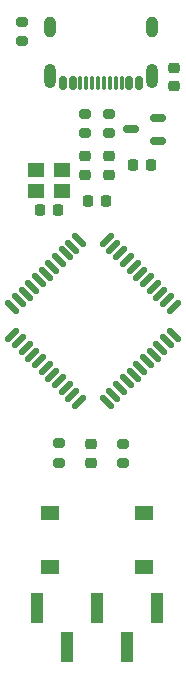
<source format=gbr>
%TF.GenerationSoftware,KiCad,Pcbnew,7.0.8*%
%TF.CreationDate,2023-11-18T20:12:02-05:00*%
%TF.ProjectId,PIC24FJ64GA004 Dev Board,50494332-3446-44a3-9634-474130303420,rev?*%
%TF.SameCoordinates,Original*%
%TF.FileFunction,Paste,Top*%
%TF.FilePolarity,Positive*%
%FSLAX46Y46*%
G04 Gerber Fmt 4.6, Leading zero omitted, Abs format (unit mm)*
G04 Created by KiCad (PCBNEW 7.0.8) date 2023-11-18 20:12:02*
%MOMM*%
%LPD*%
G01*
G04 APERTURE LIST*
G04 Aperture macros list*
%AMRoundRect*
0 Rectangle with rounded corners*
0 $1 Rounding radius*
0 $2 $3 $4 $5 $6 $7 $8 $9 X,Y pos of 4 corners*
0 Add a 4 corners polygon primitive as box body*
4,1,4,$2,$3,$4,$5,$6,$7,$8,$9,$2,$3,0*
0 Add four circle primitives for the rounded corners*
1,1,$1+$1,$2,$3*
1,1,$1+$1,$4,$5*
1,1,$1+$1,$6,$7*
1,1,$1+$1,$8,$9*
0 Add four rect primitives between the rounded corners*
20,1,$1+$1,$2,$3,$4,$5,0*
20,1,$1+$1,$4,$5,$6,$7,0*
20,1,$1+$1,$6,$7,$8,$9,0*
20,1,$1+$1,$8,$9,$2,$3,0*%
G04 Aperture macros list end*
%ADD10RoundRect,0.137500X0.521491X0.327037X0.327037X0.521491X-0.521491X-0.327037X-0.327037X-0.521491X0*%
%ADD11RoundRect,0.137500X0.521491X-0.327037X-0.327037X0.521491X-0.521491X0.327037X0.327037X-0.521491X0*%
%ADD12R,1.400000X1.200000*%
%ADD13R,1.550000X1.300000*%
%ADD14RoundRect,0.200000X0.275000X-0.200000X0.275000X0.200000X-0.275000X0.200000X-0.275000X-0.200000X0*%
%ADD15RoundRect,0.150000X0.512500X0.150000X-0.512500X0.150000X-0.512500X-0.150000X0.512500X-0.150000X0*%
%ADD16RoundRect,0.225000X-0.225000X-0.250000X0.225000X-0.250000X0.225000X0.250000X-0.225000X0.250000X0*%
%ADD17R,1.000000X2.510000*%
%ADD18RoundRect,0.218750X-0.256250X0.218750X-0.256250X-0.218750X0.256250X-0.218750X0.256250X0.218750X0*%
%ADD19RoundRect,0.150000X0.150000X0.425000X-0.150000X0.425000X-0.150000X-0.425000X0.150000X-0.425000X0*%
%ADD20RoundRect,0.075000X0.075000X0.500000X-0.075000X0.500000X-0.075000X-0.500000X0.075000X-0.500000X0*%
%ADD21O,1.000000X2.100000*%
%ADD22O,1.000000X1.800000*%
%ADD23RoundRect,0.225000X0.250000X-0.225000X0.250000X0.225000X-0.250000X0.225000X-0.250000X-0.225000X0*%
%ADD24RoundRect,0.200000X-0.275000X0.200000X-0.275000X-0.200000X0.275000X-0.200000X0.275000X0.200000X0*%
%ADD25RoundRect,0.225000X-0.250000X0.225000X-0.250000X-0.225000X0.250000X-0.225000X0.250000X0.225000X0*%
G04 APERTURE END LIST*
D10*
%TO.C,U4*%
X92471835Y-90597019D03*
X91906150Y-90031334D03*
X91340464Y-89465648D03*
X90774779Y-88899963D03*
X90209093Y-88334278D03*
X89643408Y-87768592D03*
X89077722Y-87202907D03*
X88512037Y-86637221D03*
X87946352Y-86071536D03*
X87380666Y-85505850D03*
X86814981Y-84940165D03*
D11*
X86814981Y-82589035D03*
X87380666Y-82023350D03*
X87946352Y-81457664D03*
X88512037Y-80891979D03*
X89077722Y-80326293D03*
X89643408Y-79760608D03*
X90209093Y-79194922D03*
X90774779Y-78629237D03*
X91340464Y-78063552D03*
X91906150Y-77497866D03*
X92471835Y-76932181D03*
D10*
X94822965Y-76932181D03*
X95388650Y-77497866D03*
X95954336Y-78063552D03*
X96520021Y-78629237D03*
X97085707Y-79194922D03*
X97651392Y-79760608D03*
X98217078Y-80326293D03*
X98782763Y-80891979D03*
X99348448Y-81457664D03*
X99914134Y-82023350D03*
X100479819Y-82589035D03*
D11*
X100479819Y-84940165D03*
X99914134Y-85505850D03*
X99348448Y-86071536D03*
X98782763Y-86637221D03*
X98217078Y-87202907D03*
X97651392Y-87768592D03*
X97085707Y-88334278D03*
X96520021Y-88899963D03*
X95954336Y-89465648D03*
X95388650Y-90031334D03*
X94822965Y-90597019D03*
%TD*%
D12*
%TO.C,Y1*%
X88816000Y-72732000D03*
X91016000Y-72732000D03*
X91016000Y-71032000D03*
X88816000Y-71032000D03*
%TD*%
D13*
%TO.C,SW1*%
X90005000Y-100076000D03*
X97955000Y-100076000D03*
X90005000Y-104576000D03*
X97955000Y-104576000D03*
%TD*%
D14*
%TO.C,R2*%
X92964000Y-67881000D03*
X92964000Y-66231000D03*
%TD*%
D15*
%TO.C,U3*%
X99181500Y-68514000D03*
X99181500Y-66614000D03*
X96906500Y-67564000D03*
%TD*%
D16*
%TO.C,C2*%
X97002000Y-70612000D03*
X98552000Y-70612000D03*
%TD*%
D17*
%TO.C,J4*%
X99060000Y-108073000D03*
X96520000Y-111383000D03*
X93980000Y-108073000D03*
X91440000Y-111383000D03*
X88900000Y-108073000D03*
%TD*%
D16*
%TO.C,C10*%
X93205000Y-73660000D03*
X94755000Y-73660000D03*
%TD*%
D18*
%TO.C,TX*%
X92964000Y-69824500D03*
X92964000Y-71399500D03*
%TD*%
D14*
%TO.C,R1*%
X94996000Y-67881000D03*
X94996000Y-66231000D03*
%TD*%
D19*
%TO.C,J1*%
X97530000Y-63624000D03*
X96730000Y-63624000D03*
D20*
X95580000Y-63624000D03*
X94580000Y-63624000D03*
X94080000Y-63624000D03*
X93080000Y-63624000D03*
D19*
X91930000Y-63624000D03*
X91130000Y-63624000D03*
X91130000Y-63624000D03*
X91930000Y-63624000D03*
D20*
X92580000Y-63624000D03*
X93580000Y-63624000D03*
X95080000Y-63624000D03*
X96080000Y-63624000D03*
D19*
X96730000Y-63624000D03*
X97530000Y-63624000D03*
D21*
X98650000Y-63049000D03*
D22*
X98650000Y-58869000D03*
D21*
X90010000Y-63049000D03*
D22*
X90010000Y-58869000D03*
%TD*%
D23*
%TO.C,C3*%
X100482400Y-63919400D03*
X100482400Y-62369400D03*
%TD*%
D24*
%TO.C,R5*%
X87630000Y-58458600D03*
X87630000Y-60108600D03*
%TD*%
D16*
%TO.C,C11*%
X89141000Y-74422000D03*
X90691000Y-74422000D03*
%TD*%
D24*
%TO.C,R7*%
X90779600Y-94120200D03*
X90779600Y-95770200D03*
%TD*%
D18*
%TO.C,RX*%
X94996000Y-69824500D03*
X94996000Y-71399500D03*
%TD*%
D14*
%TO.C,R6*%
X96164400Y-95821000D03*
X96164400Y-94171000D03*
%TD*%
D25*
%TO.C,C5*%
X93522800Y-94221000D03*
X93522800Y-95771000D03*
%TD*%
M02*

</source>
